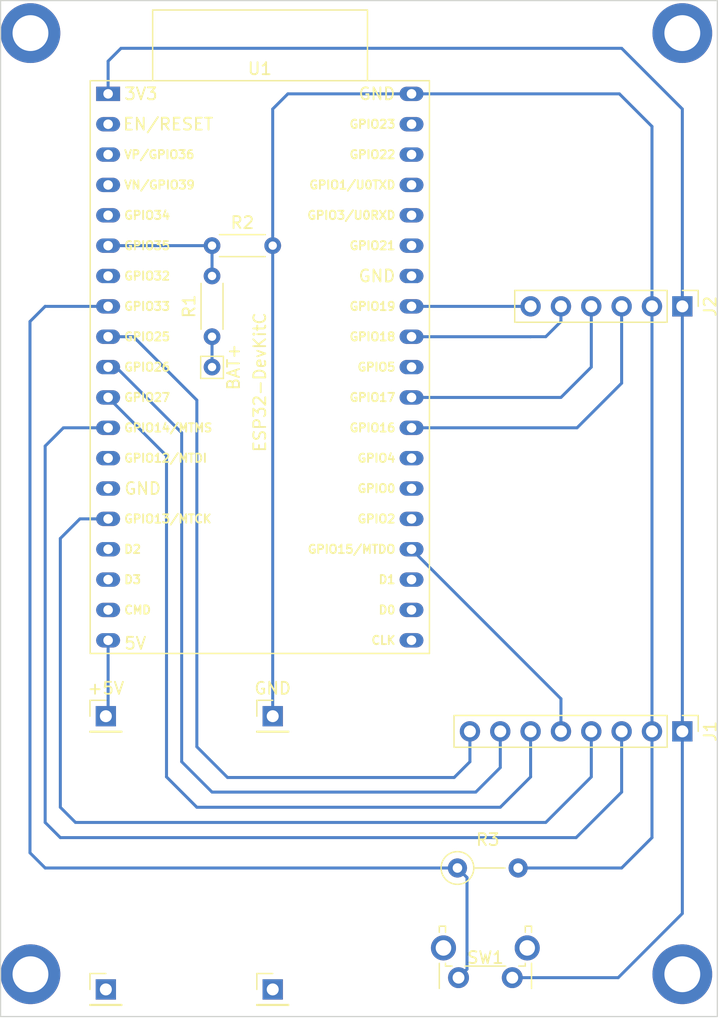
<source format=kicad_pcb>
(kicad_pcb (version 20221018) (generator pcbnew)
  (layers (0 "F.Cu" signal) (31 "B.Cu" signal) (34 "B.Paste" user) (35 "F.Paste" user) (36 "B.SilkS" user "B.Silkscreen") (37 "F.SilkS" user "F.Silkscreen") (38 "B.Mask" user) (39 "F.Mask" user) (44 "Edge.Cuts" user))
  (net 0 "")
  (net 1 "+3.3V")
  (net 2 "GND")
  (net 3 "Net-(J1-Pin_3)")
  (net 4 "Net-(J1-Pin_4)")
  (net 5 "Net-(J2-Pin_3)")
  (net 6 "Net-(J2-Pin_4)")
  (net 7 "Net-(J2-Pin_5)")
  (net 8 "Net-(J2-Pin_6)")
  (net 13 "Net-(J1-Pin_5)")
  (net 15 "Net-(U1-32K_XN{slash}GPIO33{slash}ADC1_CH5)")
  (net 20 "+5V")
  (net 28 "Net-(J1-Pin_6)")
  (net 29 "Net-(J1-Pin_7)")
  (net 35 "Net-(J1-Pin_8)")
  (net 36 "+4V")
  (net 37 "Net-(U1-VDET_2{slash}GPIO35{slash}ADC1_CH7)")
  (footprint "Connector_Pin:Pin_D0.7mm_L6.5mm_W1.8mm_FlatFork" (layer "F.Cu") (at 139.7 73.66 90)
    (fp_text reference "BAT+" (at 0 1.8 90) (layer "F.SilkS"))
    (fp_text value "Pin_D0.7mm_L6.5mm_W1.8mm_FlatFork" hide)
    (fp_line (start -0.95 -0.95) (end -0.95 0.95) (stroke (width 0.12)) (layer "F.SilkS"))
    (fp_line (start -0.95 0.95) (end 0.9 0.95) (stroke (width 0.12)) (layer "F.SilkS"))
    (fp_line (start 0.9 -0.95) (end -0.95 -0.95) (stroke (width 0.12)) (layer "F.SilkS"))
    (fp_line (start 0.9 -0.9) (end 0.9 -0.95) (stroke (width 0.12)) (layer "F.SilkS"))
    (fp_line (start 0.9 0.95) (end 0.9 -0.9) (stroke (width 0.12)) (layer "F.SilkS"))
    (pad "1" thru_hole circle (at 0 0 90) (size 1.4 1.4) (drill 0.7) (layers "*.Cu" "*.Mask") (net 36 "+4V"))
  )
  (footprint "Button_Switch_THT:SW_Tactile_SPST_Angled_PTS645Vx39-2LFS" (layer "F.Cu") (at 164.835 124.7475 180)
    (fp_text reference "SW1" (at 2.25 1.68) (layer "F.SilkS"))
    (fp_text value "SW_Push")
    (fp_line (start -1.61 -0.9) (end -1.61 1.2) (stroke (width 0.12)) (layer "F.SilkS"))
    (fp_line (start -1.61 3.8) (end -1.61 4.31) (stroke (width 0.12)) (layer "F.SilkS"))
    (fp_line (start -1.61 4.31) (end -1.09 4.31) (stroke (width 0.12)) (layer "F.SilkS"))
    (fp_line (start -1.09 0.97) (end -1.09 1.2) (stroke (width 0.12)) (layer "F.SilkS"))
    (fp_line (start -1.09 0.97) (end -0.55 0.97) (stroke (width 0.12)) (layer "F.SilkS"))
    (fp_line (start -1.09 3.8) (end -1.09 4.31) (stroke (width 0.12)) (layer "F.SilkS"))
    (fp_line (start 0.55 0.97) (end 3.95 0.97) (stroke (width 0.12)) (layer "F.SilkS"))
    (fp_line (start 5.05 0.97) (end 5.59 0.97) (stroke (width 0.12)) (layer "F.SilkS"))
    (fp_line (start 5.59 0.97) (end 5.59 1.2) (stroke (width 0.12)) (layer "F.SilkS"))
    (fp_line (start 5.59 3.8) (end 5.59 4.31) (stroke (width 0.12)) (layer "F.SilkS"))
    (fp_line (start 5.59 4.31) (end 6.11 4.31) (stroke (width 0.12)) (layer "F.SilkS"))
    (fp_line (start 6.11 -0.9) (end 6.11 1.2) (stroke (width 0.12)) (layer "F.SilkS"))
    (fp_line (start 6.11 3.8) (end 6.11 4.31) (stroke (width 0.12)) (layer "F.SilkS"))
    (pad "" thru_hole circle (at -1.25 2.49 180) (size 2.1 2.1) (drill 1.3) (layers "*.Cu" "*.Mask"))
    (pad "" thru_hole circle (at 5.76 2.49 180) (size 2.1 2.1) (drill 1.3) (layers "*.Cu" "*.Mask"))
    (pad "1" thru_hole circle (at 4.5 0 180) (size 1.75 1.75) (drill 0.99) (layers "*.Cu" "*.Mask") (net 15 "Net-(U1-32K_XN{slash}GPIO33{slash}ADC1_CH5)"))
    (pad "2" thru_hole circle (at 0 0 180) (size 1.75 1.75) (drill 0.99) (layers "*.Cu" "*.Mask") (net 1 "+3.3V"))
  )
  (footprint "Connector_PinHeader_2.54mm:PinHeader_1x08_P2.54mm_Vertical" (layer "F.Cu") (at 179.07 104.14 -90)
    (fp_text reference "J1" (at 0 -2.33 90) (layer "F.SilkS"))
    (fp_text value "eInk display")
    (fp_line (start -1.33 -1.33) (end 0 -1.33) (stroke (width 0.12)) (layer "F.SilkS"))
    (fp_line (start -1.33 0) (end -1.33 -1.33) (stroke (width 0.12)) (layer "F.SilkS"))
    (fp_line (start -1.33 1.27) (end -1.33 19.11) (stroke (width 0.12)) (layer "F.SilkS"))
    (fp_line (start -1.33 1.27) (end 1.33 1.27) (stroke (width 0.12)) (layer "F.SilkS"))
    (fp_line (start -1.33 19.11) (end 1.33 19.11) (stroke (width 0.12)) (layer "F.SilkS"))
    (fp_line (start 1.33 1.27) (end 1.33 19.11) (stroke (width 0.12)) (layer "F.SilkS"))
    (pad "1" thru_hole rect (at 0 0 270) (size 1.7 1.7) (drill 1) (layers "*.Cu" "*.Mask") (net 1 "+3.3V"))
    (pad "2" thru_hole oval (at 0 2.54 270) (size 1.7 1.7) (drill 1) (layers "*.Cu" "*.Mask") (net 2 "GND"))
    (pad "3" thru_hole oval (at 0 5.08 270) (size 1.7 1.7) (drill 1) (layers "*.Cu" "*.Mask") (net 3 "Net-(J1-Pin_3)"))
    (pad "4" thru_hole oval (at 0 7.62 270) (size 1.7 1.7) (drill 1) (layers "*.Cu" "*.Mask") (net 4 "Net-(J1-Pin_4)"))
    (pad "5" thru_hole oval (at 0 10.16 270) (size 1.7 1.7) (drill 1) (layers "*.Cu" "*.Mask") (net 13 "Net-(J1-Pin_5)"))
    (pad "6" thru_hole oval (at 0 12.7 270) (size 1.7 1.7) (drill 1) (layers "*.Cu" "*.Mask") (net 28 "Net-(J1-Pin_6)"))
    (pad "7" thru_hole oval (at 0 15.24 270) (size 1.7 1.7) (drill 1) (layers "*.Cu" "*.Mask") (net 29 "Net-(J1-Pin_7)"))
    (pad "8" thru_hole oval (at 0 17.78 270) (size 1.7 1.7) (drill 1) (layers "*.Cu" "*.Mask") (net 35 "Net-(J1-Pin_8)"))
  )
  (footprint "Connector_PinHeader_2.54mm:PinHeader_1x01_P2.54mm_Vertical" (layer "F.Cu") (at 144.78 125.73)
    (fp_text reference "REF**" hide)
    (fp_text value "PinHeader_1x01_P2.54mm_Vertical" hide)
    (fp_line (start -1.33 -1.33) (end 0 -1.33) (stroke (width 0.12)) (layer "F.SilkS"))
    (fp_line (start -1.33 0) (end -1.33 -1.33) (stroke (width 0.12)) (layer "F.SilkS"))
    (fp_line (start -1.33 1.27) (end -1.33 1.33) (stroke (width 0.12)) (layer "F.SilkS"))
    (fp_line (start -1.33 1.27) (end 1.33 1.27) (stroke (width 0.12)) (layer "F.SilkS"))
    (fp_line (start -1.33 1.33) (end 1.33 1.33) (stroke (width 0.12)) (layer "F.SilkS"))
    (fp_line (start 1.33 1.27) (end 1.33 1.33) (stroke (width 0.12)) (layer "F.SilkS"))
    (pad "1" thru_hole rect (at 0 0) (size 1.7 1.7) (drill 1) (layers "*.Cu" "*.Mask"))
  )
  (footprint "Resistor_THT:R_Axial_DIN0204_L3.6mm_D1.6mm_P5.08mm_Horizontal" (layer "F.Cu") (at 139.7 63.5)
    (fp_text reference "R2" (at 2.54 -1.92) (layer "F.SilkS"))
    (fp_text value "100K")
    (fp_line (start 0.62 -0.92) (end 4.46 -0.92) (stroke (width 0.12)) (layer "F.SilkS"))
    (fp_line (start 0.62 0.92) (end 4.46 0.92) (stroke (width 0.12)) (layer "F.SilkS"))
    (pad "1" thru_hole circle (at 0 0) (size 1.4 1.4) (drill 0.7) (layers "*.Cu" "*.Mask") (net 37 "Net-(U1-VDET_2{slash}GPIO35{slash}ADC1_CH7)"))
    (pad "2" thru_hole oval (at 5.08 0) (size 1.4 1.4) (drill 0.7) (layers "*.Cu" "*.Mask") (net 2 "GND"))
  )
  (footprint "Connector_PinHeader_2.54mm:PinHeader_1x01_P2.54mm_Vertical" (layer "F.Cu") (at 130.81 125.73)
    (fp_text reference "REF**" hide)
    (fp_text value "PinHeader_1x01_P2.54mm_Vertical" hide)
    (fp_line (start -1.33 -1.33) (end 0 -1.33) (stroke (width 0.12)) (layer "F.SilkS"))
    (fp_line (start -1.33 0) (end -1.33 -1.33) (stroke (width 0.12)) (layer "F.SilkS"))
    (fp_line (start -1.33 1.27) (end -1.33 1.33) (stroke (width 0.12)) (layer "F.SilkS"))
    (fp_line (start -1.33 1.27) (end 1.33 1.27) (stroke (width 0.12)) (layer "F.SilkS"))
    (fp_line (start -1.33 1.33) (end 1.33 1.33) (stroke (width 0.12)) (layer "F.SilkS"))
    (fp_line (start 1.33 1.27) (end 1.33 1.33) (stroke (width 0.12)) (layer "F.SilkS"))
    (pad "1" thru_hole rect (at 0 0) (size 1.7 1.7) (drill 1) (layers "*.Cu" "*.Mask"))
  )
  (footprint "Resistor_THT:R_Axial_DIN0207_L6.3mm_D2.5mm_P5.08mm_Vertical" (layer "F.Cu") (at 160.245 115.57)
    (fp_text reference "R3" (at 2.54 -2.37) (layer "F.SilkS"))
    (fp_text value "10k")
    (fp_line (start 1.37 0) (end 3.98 0) (stroke (width 0.12)) (layer "F.SilkS"))
    (fp_circle (center 0 0) (end 1.37 0) (stroke (width 0.12)) (fill none) (layer "F.SilkS"))
    (pad "1" thru_hole circle (at 0 0) (size 1.6 1.6) (drill 0.8) (layers "*.Cu" "*.Mask") (net 15 "Net-(U1-32K_XN{slash}GPIO33{slash}ADC1_CH5)"))
    (pad "2" thru_hole oval (at 5.08 0) (size 1.6 1.6) (drill 0.8) (layers "*.Cu" "*.Mask") (net 2 "GND"))
  )
  (footprint "Connector_PinHeader_2.54mm:PinHeader_1x01_P2.54mm_Vertical" (layer "F.Cu") (at 130.81 102.87)
    (fp_text reference "+5V" (at 0 -2.33) (layer "F.SilkS"))
    (fp_text value "PinHeader_1x01_P2.54mm_Vertical" hide)
    (fp_line (start -1.33 -1.33) (end 0 -1.33) (stroke (width 0.12)) (layer "F.SilkS"))
    (fp_line (start -1.33 0) (end -1.33 -1.33) (stroke (width 0.12)) (layer "F.SilkS"))
    (fp_line (start -1.33 1.27) (end -1.33 1.33) (stroke (width 0.12)) (layer "F.SilkS"))
    (fp_line (start -1.33 1.27) (end 1.33 1.27) (stroke (width 0.12)) (layer "F.SilkS"))
    (fp_line (start -1.33 1.33) (end 1.33 1.33) (stroke (width 0.12)) (layer "F.SilkS"))
    (fp_line (start 1.33 1.27) (end 1.33 1.33) (stroke (width 0.12)) (layer "F.SilkS"))
    (pad "1" thru_hole rect (at 0 0) (size 1.7 1.7) (drill 1) (layers "*.Cu" "*.Mask") (net 20 "+5V"))
  )
  (footprint "Connector_PinHeader_2.54mm:PinHeader_1x06_P2.54mm_Vertical" (layer "F.Cu") (at 179.07 68.58 -90)
    (fp_text reference "J2" (at 0 -2.33 -90) (layer "F.SilkS"))
    (fp_text value "GNSS")
    (fp_line (start -1.33 -1.33) (end 0 -1.33) (stroke (width 0.12)) (layer "F.SilkS"))
    (fp_line (start -1.33 0) (end -1.33 -1.33) (stroke (width 0.12)) (layer "F.SilkS"))
    (fp_line (start -1.33 1.27) (end -1.33 14.03) (stroke (width 0.12)) (layer "F.SilkS"))
    (fp_line (start -1.33 1.27) (end 1.33 1.27) (stroke (width 0.12)) (layer "F.SilkS"))
    (fp_line (start -1.33 14.03) (end 1.33 14.03) (stroke (width 0.12)) (layer "F.SilkS"))
    (fp_line (start 1.33 1.27) (end 1.33 14.03) (stroke (width 0.12)) (layer "F.SilkS"))
    (pad "1" thru_hole rect (at 0 0 270) (size 1.7 1.7) (drill 1) (layers "*.Cu" "*.Mask") (net 1 "+3.3V"))
    (pad "2" thru_hole oval (at 0 2.54 270) (size 1.7 1.7) (drill 1) (layers "*.Cu" "*.Mask") (net 2 "GND"))
    (pad "3" thru_hole oval (at 0 5.08 270) (size 1.7 1.7) (drill 1) (layers "*.Cu" "*.Mask") (net 5 "Net-(J2-Pin_3)"))
    (pad "4" thru_hole oval (at 0 7.62 270) (size 1.7 1.7) (drill 1) (layers "*.Cu" "*.Mask") (net 6 "Net-(J2-Pin_4)"))
    (pad "5" thru_hole oval (at 0 10.16 270) (size 1.7 1.7) (drill 1) (layers "*.Cu" "*.Mask") (net 7 "Net-(J2-Pin_5)"))
    (pad "6" thru_hole oval (at 0 12.7 270) (size 1.7 1.7) (drill 1) (layers "*.Cu" "*.Mask") (net 8 "Net-(J2-Pin_6)"))
  )
  (footprint "Resistor_THT:R_Axial_DIN0204_L3.6mm_D1.6mm_P5.08mm_Horizontal" (layer "F.Cu") (at 139.7 71.12 90)
    (fp_text reference "R1" (at 2.54 -1.92 90) (layer "F.SilkS"))
    (fp_text value "100K")
    (fp_line (start 0.62 -0.92) (end 4.46 -0.92) (stroke (width 0.12)) (layer "F.SilkS"))
    (fp_line (start 0.62 0.92) (end 4.46 0.92) (stroke (width 0.12)) (layer "F.SilkS"))
    (pad "1" thru_hole circle (at 0 0 90) (size 1.4 1.4) (drill 0.7) (layers "*.Cu" "*.Mask") (net 36 "+4V"))
    (pad "2" thru_hole oval (at 5.08 0 90) (size 1.4 1.4) (drill 0.7) (layers "*.Cu" "*.Mask") (net 37 "Net-(U1-VDET_2{slash}GPIO35{slash}ADC1_CH7)"))
  )
  (footprint "Connector_PinHeader_2.54mm:PinHeader_1x01_P2.54mm_Vertical" (layer "F.Cu") (at 144.78 102.87)
    (fp_text reference "GND" (at 0 -2.33) (layer "F.SilkS"))
    (fp_text value "PinHeader_1x01_P2.54mm_Vertical" hide)
    (fp_line (start -1.33 -1.33) (end 0 -1.33) (stroke (width 0.12)) (layer "F.SilkS"))
    (fp_line (start -1.33 0) (end -1.33 -1.33) (stroke (width 0.12)) (layer "F.SilkS"))
    (fp_line (start -1.33 1.27) (end -1.33 1.33) (stroke (width 0.12)) (layer "F.SilkS"))
    (fp_line (start -1.33 1.27) (end 1.33 1.27) (stroke (width 0.12)) (layer "F.SilkS"))
    (fp_line (start -1.33 1.33) (end 1.33 1.33) (stroke (width 0.12)) (layer "F.SilkS"))
    (fp_line (start 1.33 1.27) (end 1.33 1.33) (stroke (width 0.12)) (layer "F.SilkS"))
    (pad "1" thru_hole rect (at 0 0) (size 1.7 1.7) (drill 1) (layers "*.Cu" "*.Mask") (net 2 "GND"))
  )
  (footprint "PCM_Espressif:ESP32-DevKitC" (layer "F.Cu") (at 131 50.80272)
    (fp_text reference "U1" (at 12.7 -2.1) (layer "F.SilkS"))
    (fp_text value "ESP32-DevKitC" (at 12.7 24.13 90) (layer "F.SilkS"))
    (fp_text user "D1" (at 24.13 40.64 unlocked) (layer "F.SilkS") (effects (font (size 0.7 0.7)) (justify right)))
    (fp_text user "GPIO19" (at 24.13 17.78 unlocked) (layer "F.SilkS") (effects (font (size 0.7 0.7)) (justify right)))
    (fp_text user "VN/GPIO39" (at 1.27 7.62 unlocked) (layer "F.SilkS") (effects (font (size 0.7 0.7)) (justify left)))
    (fp_text user "GPIO5" (at 24.13 22.86 unlocked) (layer "F.SilkS") (effects (font (size 0.7 0.7)) (justify right)))
    (fp_text user "GPIO26" (at 1.27 22.86 unlocked) (layer "F.SilkS") (effects (font (size 0.7 0.7)) (justify left)))
    (fp_text user "5V" (at 1.26632 45.97128 unlocked) (layer "F.SilkS") (effects (justify left)))
    (fp_text user "GPIO33" (at 1.27 17.78 unlocked) (layer "F.SilkS") (effects (font (size 0.7 0.7)) (justify left)))
    (fp_text user "GND" (at 1.27 33.02 unlocked) (layer "F.SilkS") (effects (justify left)))
    (fp_text user "GPIO34" (at 1.27 10.16 unlocked) (layer "F.SilkS") (effects (font (size 0.7 0.7)) (justify left)))
    (fp_text user "GPIO17" (at 24.13 25.4 unlocked) (layer "F.SilkS") (effects (font (size 0.7 0.7)) (justify right)))
    (fp_text user "GPIO15/MTDO" (at 24.13 38.1 unlocked) (layer "F.SilkS") (effects (font (size 0.7 0.7)) (justify right)))
    (fp_text user "GPIO18" (at 24.13 20.32 unlocked) (layer "F.SilkS") (effects (font (size 0.7 0.7)) (justify right)))
    (fp_text user "GPIO23" (at 24.13 2.54 unlocked) (layer "F.SilkS") (effects (font (size 0.7 0.7)) (justify right)))
    (fp_text user "GPIO35" (at 1.27 12.7 unlocked) (layer "F.SilkS") (effects (font (size 0.7 0.7)) (justify left)))
    (fp_text user "GPIO21" (at 24.13 12.7 unlocked) (layer "F.SilkS") (effects (font (size 0.7 0.7)) (justify right)))
    (fp_text user "GPIO4" (at 24.13 30.48 unlocked) (layer "F.SilkS") (effects (font (size 0.7 0.7)) (justify right)))
    (fp_text user "EN/RESET" (at 8.88632 2.53728 unlocked) (layer "F.SilkS") (effects (justify right)))
    (fp_text user "D2" (at 1.27 38.1 unlocked) (layer "F.SilkS") (effects (font (size 0.7 0.7)) (justify left)))
    (fp_text user "D0" (at 24.13 43.18 unlocked) (layer "F.SilkS") (effects (font (size 0.7 0.7)) (justify right)))
    (fp_text user "GPIO2" (at 24.13 35.56 unlocked) (layer "F.SilkS") (effects (font (size 0.7 0.7)) (justify right)))
    (fp_text user "GPIO22" (at 24.13 5.08 unlocked) (layer "F.SilkS") (effects (font (size 0.7 0.7)) (justify right)))
    (fp_text user "GPIO32" (at 1.27 15.24 unlocked) (layer "F.SilkS") (effects (font (size 0.7 0.7)) (justify left)))
    (fp_text user "GPIO16" (at 24.13 27.94 unlocked) (layer "F.SilkS") (effects (font (size 0.7 0.7)) (justify right)))
    (fp_text user "GPIO27" (at 1.27 25.4 unlocked) (layer "F.SilkS") (effects (font (size 0.7 0.7)) (justify left)))
    (fp_text user "GPIO14/MTMS" (at 1.27 27.94 unlocked) (layer "F.SilkS") (effects (font (size 0.7 0.7)) (justify left)))
    (fp_text user "VP/GPIO36" (at 1.27 5.08 unlocked) (layer "F.SilkS") (effects (font (size 0.7 0.7)) (justify left)))
    (fp_text user "CLK" (at 24.13 45.72 unlocked) (layer "F.SilkS") (effects (font (size 0.7 0.7)) (justify right)))
    (fp_text user "GPIO12/MTDI" (at 1.27 30.48 unlocked) (layer "F.SilkS") (effects (font (size 0.7 0.7)) (justify left)))
    (fp_text user "GPIO13/MTCK" (at 1.27 35.56 unlocked) (layer "F.SilkS") (effects (font (size 0.7 0.7)) (justify left)))
    (fp_text user "GPIO1/U0TXD" (at 24.13 7.62 unlocked) (layer "F.SilkS") (effects (font (size 0.7 0.7)) (justify right)))
    (fp_text user "GND" (at 24.13 0 unlocked) (layer "F.SilkS") (effects (justify right)))
    (fp_text user "GPIO0" (at 24.13 33.02 unlocked) (layer "F.SilkS") (effects (font (size 0.7 0.7)) (justify right)))
    (fp_text user "GND" (at 24.13 15.24 unlocked) (layer "F.SilkS") (effects (justify right)))
    (fp_text user "3V3" (at 1.27 0 unlocked) (layer "F.SilkS") (effects (justify left)))
    (fp_text user "CMD" (at 1.27 43.18 unlocked) (layer "F.SilkS") (effects (font (size 0.7 0.7)) (justify left)))
    (fp_text user "GPIO25" (at 1.27 20.32 unlocked) (layer "F.SilkS") (effects (font (size 0.7 0.7)) (justify left)))
    (fp_text user "GPIO3/U0RXD" (at 24.13 10.16 unlocked) (layer "F.SilkS") (effects (font (size 0.7 0.7)) (justify right)))
    (fp_text user "D3" (at 1.27 40.64 unlocked) (layer "F.SilkS") (effects (font (size 0.7 0.7)) (justify left)))
    (fp_line (start -1.5 46.82) (end 26.899999 46.82) (stroke (width 0.12)) (layer "F.SilkS"))
    (fp_line (start -1.499999 -1.1) (end -1.5 46.82) (stroke (width 0.12)) (layer "F.SilkS"))
    (fp_line (start 3.73012 -7.01312) (end 21.71332 -7.01312) (stroke (width 0.12)) (layer "F.SilkS"))
    (fp_line (start 3.73012 -1.12032) (end 3.73012 -7.01312) (stroke (width 0.12)) (layer "F.SilkS"))
    (fp_line (start 21.71332 -7.01312) (end 21.71332 -1.12032) (stroke (width 0.12)) (layer "F.SilkS"))
    (fp_line (start 26.899999 46.82) (end 26.9 -1.1) (stroke (width 0.12)) (layer "F.SilkS"))
    (fp_line (start 26.9 -1.1) (end -1.499999 -1.1) (stroke (width 0.12)) (layer "F.SilkS"))
    (pad "1" thru_hole rect (at 0 0 270) (size 1.2 2) (drill 0.8) (layers "*.Cu" "*.Mask") (net 1 "+3.3V"))
    (pad "2" thru_hole oval (at 0 2.54 270) (size 1.2 2) (drill 0.8) (layers "*.Cu" "*.Mask"))
    (pad "3" thru_hole oval (at 0 5.08 270) (size 1.2 2) (drill 0.8) (layers "*.Cu" "*.Mask"))
    (pad "4" thru_hole oval (at 0 7.62 270) (size 1.2 2) (drill 0.8) (layers "*.Cu" "*.Mask"))
    (pad "5" thru_hole oval (at 0 10.16 270) (size 1.2 2) (drill 0.8) (layers "*.Cu" "*.Mask"))
    (pad "6" thru_hole oval (at 0 12.7 270) (size 1.2 2) (drill 0.8) (layers "*.Cu" "*.Mask") (net 37 "Net-(U1-VDET_2{slash}GPIO35{slash}ADC1_CH7)"))
    (pad "7" thru_hole oval (at 0 15.24 270) (size 1.2 2) (drill 0.8) (layers "*.Cu" "*.Mask"))
    (pad "8" thru_hole oval (at 0 17.78 270) (size 1.2 2) (drill 0.8) (layers "*.Cu" "*.Mask") (net 15 "Net-(U1-32K_XN{slash}GPIO33{slash}ADC1_CH5)"))
    (pad "9" thru_hole oval (at 0 20.32 270) (size 1.2 2) (drill 0.8) (layers "*.Cu" "*.Mask") (net 35 "Net-(J1-Pin_8)"))
    (pad "10" thru_hole oval (at 0 22.86 270) (size 1.2 2) (drill 0.8) (layers "*.Cu" "*.Mask") (net 29 "Net-(J1-Pin_7)"))
    (pad "11" thru_hole oval (at 0 25.4 270) (size 1.2 2) (drill 0.8) (layers "*.Cu" "*.Mask") (net 28 "Net-(J1-Pin_6)"))
    (pad "12" thru_hole oval (at 0 27.94 270) (size 1.2 2) (drill 0.8) (layers "*.Cu" "*.Mask") (net 3 "Net-(J1-Pin_3)"))
    (pad "13" thru_hole oval (at 0 30.48 270) (size 1.2 2) (drill 0.8) (layers "*.Cu" "*.Mask"))
    (pad "14" thru_hole oval (at 0 33.02 270) (size 1.2 2) (drill 0.8) (layers "*.Cu" "*.Mask") (net 2 "GND"))
    (pad "15" thru_hole oval (at 0 35.56 270) (size 1.2 2) (drill 0.8) (layers "*.Cu" "*.Mask") (net 4 "Net-(J1-Pin_4)"))
    (pad "16" thru_hole oval (at 0 38.1 270) (size 1.2 2) (drill 0.8) (layers "*.Cu" "*.Mask"))
    (pad "17" thru_hole oval (at 0 40.64 270) (size 1.2 2) (drill 0.8) (layers "*.Cu" "*.Mask"))
    (pad "18" thru_hole oval (at 0 43.18 270) (size 1.2 2) (drill 0.8) (layers "*.Cu" "*.Mask"))
    (pad "19" thru_hole oval (at 0 45.72 270) (size 1.2 2) (drill 0.8) (layers "*.Cu" "*.Mask") (net 20 "+5V"))
    (pad "20" thru_hole oval (at 25.39632 45.71728 270) (size 1.2 2) (drill 0.8) (layers "*.Cu" "*.Mask"))
    (pad "21" thru_hole oval (at 25.39632 43.17728 270) (size 1.2 2) (drill 0.8) (layers "*.Cu" "*.Mask"))
    (pad "22" thru_hole oval (at 25.4 40.64 270) (size 1.2 2) (drill 0.8) (layers "*.Cu" "*.Mask"))
    (pad "23" thru_hole oval (at 25.4 38.1 270) (size 1.2 2) (drill 0.8) (layers "*.Cu" "*.Mask") (net 13 "Net-(J1-Pin_5)"))
    (pad "24" thru_hole oval (at 25.4 35.56 270) (size 1.2 2) (drill 0.8) (layers "*.Cu" "*.Mask"))
    (pad "25" thru_hole oval (at 25.4 33.02 270) (size 1.2 2) (drill 0.8) (layers "*.Cu" "*.Mask"))
    (pad "26" thru_hole oval (at 25.4 30.48 270) (size 1.2 2) (drill 0.8) (layers "*.Cu" "*.Mask"))
    (pad "27" thru_hole oval (at 25.4 27.94 270) (size 1.2 2) (drill 0.8) (layers "*.Cu" "*.Mask") (net 5 "Net-(J2-Pin_3)"))
    (pad "28" thru_hole oval (at 25.4 25.4 270) (size 1.2 2) (drill 0.8) (layers "*.Cu" "*.Mask") (net 6 "Net-(J2-Pin_4)"))
    (pad "29" thru_hole oval (at 25.4 22.86 270) (size 1.2 2) (drill 0.8) (layers "*.Cu" "*.Mask"))
    (pad "30" thru_hole oval (at 25.4 20.32 270) (size 1.2 2) (drill 0.8) (layers "*.Cu" "*.Mask") (net 7 "Net-(J2-Pin_5)"))
    (pad "31" thru_hole oval (at 25.4 17.78 270) (size 1.2 2) (drill 0.8) (layers "*.Cu" "*.Mask") (net 8 "Net-(J2-Pin_6)"))
    (pad "32" thru_hole oval (at 25.4 15.24 270) (size 1.2 2) (drill 0.8) (layers "*.Cu" "*.Mask") (net 2 "GND"))
    (pad "33" thru_hole oval (at 25.4 12.7 270) (size 1.2 2) (drill 0.8) (layers "*.Cu" "*.Mask"))
    (pad "34" thru_hole oval (at 25.4 10.16 270) (size 1.2 2) (drill 0.8) (layers "*.Cu" "*.Mask"))
    (pad "35" thru_hole oval (at 25.4 7.62 270) (size 1.2 2) (drill 0.8) (layers "*.Cu" "*.Mask"))
    (pad "36" thru_hole oval (at 25.4 5.08 270) (size 1.2 2) (drill 0.8) (layers "*.Cu" "*.Mask"))
    (pad "37" thru_hole oval (at 25.4 2.54 270) (size 1.2 2) (drill 0.8) (layers "*.Cu" "*.Mask"))
    (pad "38" thru_hole oval (at 25.4 0 270) (size 1.2 2) (drill 0.8) (layers "*.Cu" "*.Mask") (net 2 "GND"))
  )
  (gr_rect (start 122 43) (end 182 128) (stroke (width 0.1)) (fill none) (layer "Edge.Cuts"))
  (via (at 179.07 45.72) (size 5) (drill 3) (layers "F.Cu" "B.Cu") (net 0))
  (via (at 124.5 124.46) (size 5) (drill 3) (layers "F.Cu" "B.Cu") (net 0))
  (via (at 124.5 45.72) (size 5) (drill 3) (layers "F.Cu" "B.Cu") (net 0))
  (via (at 179.07 124.46) (size 5) (drill 3) (layers "F.Cu" "B.Cu") (net 0))
  (segment (start 164.835 124.7475) (end 173.7025 124.7475) (width 0.25) (layer "B.Cu") (net 1))
  (segment (start 131 50.80272) (end 131 48.07) (width 0.25) (layer "B.Cu") (net 1))
  (segment (start 131 48.07) (end 132.08 46.99) (width 0.25) (layer "B.Cu") (net 1))
  (segment (start 132.08 46.99) (end 173.99 46.99) (width 0.25) (layer "B.Cu") (net 1))
  (segment (start 179.07 119.38) (end 179.07 104.99) (width 0.25) (layer "B.Cu") (net 1))
  (segment (start 179.07 52.07) (end 179.07 104.14) (width 0.25) (layer "B.Cu") (net 1))
  (segment (start 173.99 46.99) (end 179.07 52.07) (width 0.25) (layer "B.Cu") (net 1))
  (segment (start 173.7025 124.7475) (end 179.07 119.38) (width 0.25) (layer "B.Cu") (net 1))
  (segment (start 176.53 53.53) (end 176.53 104.14) (width 0.25) (layer "B.Cu") (net 2))
  (segment (start 173.80272 50.80272) (end 176.53 53.53) (width 0.25) (layer "B.Cu") (net 2))
  (segment (start 176.53 104.99) (end 176.53 113.03) (width 0.25) (layer "B.Cu") (net 2))
  (segment (start 146.04728 50.80272) (end 156.4 50.80272) (width 0.25) (layer "B.Cu") (net 2))
  (segment (start 165.325 115.57) (end 173.99 115.57) (width 0.25) (layer "B.Cu") (net 2))
  (segment (start 144.78 52.07) (end 146.04728 50.80272) (width 0.25) (layer "B.Cu") (net 2))
  (segment (start 156.4 50.80272) (end 173.80272 50.80272) (width 0.25) (layer "B.Cu") (net 2))
  (segment (start 176.53 113.03) (end 173.99 115.57) (width 0.25) (layer "B.Cu") (net 2))
  (segment (start 144.78 102.87) (end 144.78 52.07) (width 0.25) (layer "B.Cu") (net 2))
  (segment (start 125.73 80.27) (end 125.73 111.76) (width 0.25) (layer "B.Cu") (net 3))
  (segment (start 173.99 109.22) (end 173.99 104.99) (width 0.25) (layer "B.Cu") (net 3))
  (segment (start 127 113.03) (end 170.18 113.03) (width 0.25) (layer "B.Cu") (net 3))
  (segment (start 125.73 111.76) (end 127 113.03) (width 0.25) (layer "B.Cu") (net 3))
  (segment (start 131 78.74272) (end 127.25728 78.74272) (width 0.25) (layer "B.Cu") (net 3))
  (segment (start 127.25728 78.74272) (end 125.73 80.27) (width 0.25) (layer "B.Cu") (net 3))
  (segment (start 170.18 113.03) (end 173.99 109.22) (width 0.25) (layer "B.Cu") (net 3))
  (segment (start 127 110.49) (end 127 88) (width 0.25) (layer "B.Cu") (net 4))
  (segment (start 128.63728 86.36272) (end 131 86.36272) (width 0.25) (layer "B.Cu") (net 4))
  (segment (start 167.64 111.76) (end 128.27 111.76) (width 0.25) (layer "B.Cu") (net 4))
  (segment (start 128.27 111.76) (end 127 110.49) (width 0.25) (layer "B.Cu") (net 4))
  (segment (start 171.45 104.99) (end 171.45 107.95) (width 0.25) (layer "B.Cu") (net 4))
  (segment (start 127 88) (end 128.63728 86.36272) (width 0.25) (layer "B.Cu") (net 4))
  (segment (start 171.45 107.95) (end 167.64 111.76) (width 0.25) (layer "B.Cu") (net 4))
  (segment (start 170.25728 78.74272) (end 173.99 75.01) (width 0.25) (layer "B.Cu") (net 5))
  (segment (start 173.99 75.01) (end 173.99 68.58) (width 0.25) (layer "B.Cu") (net 5))
  (segment (start 156.4 78.74272) (end 170.25728 78.74272) (width 0.25) (layer "B.Cu") (net 5))
  (segment (start 156.4 76.20272) (end 168.91 76.20272) (width 0.25) (layer "B.Cu") (net 6))
  (segment (start 168.91 76.20272) (end 171.45 73.66272) (width 0.25) (layer "B.Cu") (net 6))
  (segment (start 171.45 73.66272) (end 171.45 68.58) (width 0.25) (layer "B.Cu") (net 6))
  (segment (start 166.36728 71.12272) (end 166.37 71.12) (width 0.25) (layer "B.Cu") (net 7))
  (segment (start 167.64 71.12) (end 168.91 69.85) (width 0.25) (layer "B.Cu") (net 7))
  (segment (start 166.37 71.12) (end 167.64 71.12) (width 0.25) (layer "B.Cu") (net 7))
  (segment (start 156.4 71.12272) (end 166.36728 71.12272) (width 0.25) (layer "B.Cu") (net 7))
  (segment (start 168.91 69.85) (end 168.91 68.58) (width 0.25) (layer "B.Cu") (net 7))
  (segment (start 166.36728 68.58272) (end 166.37 68.58) (width 0.25) (layer "B.Cu") (net 8))
  (segment (start 156.4 68.58272) (end 166.36728 68.58272) (width 0.25) (layer "B.Cu") (net 8))
  (segment (start 168.91 101.41272) (end 168.91 104.14) (width 0.25) (layer "B.Cu") (net 13))
  (segment (start 156.4 88.90272) (end 168.91 101.41272) (width 0.25) (layer "B.Cu") (net 13))
  (segment (start 124.46 69.85) (end 125.73 68.58) (width 0.25) (layer "B.Cu") (net 15))
  (segment (start 160.245 115.57) (end 161.044999 116.369999) (width 0.25) (layer "B.Cu") (net 15))
  (segment (start 125.73 115.57) (end 124.46 114.3) (width 0.25) (layer "B.Cu") (net 15))
  (segment (start 125.73 115.57) (end 160.245 115.57) (width 0.25) (layer "B.Cu") (net 15))
  (segment (start 161.044999 124.037501) (end 160.335 124.7475) (width 0.25) (layer "B.Cu") (net 15))
  (segment (start 125.73272 68.58272) (end 131 68.58272) (width 0.25) (layer "B.Cu") (net 15))
  (segment (start 161.044999 116.369999) (end 161.044999 124.037501) (width 0.25) (layer "B.Cu") (net 15))
  (segment (start 124.46 114.3) (end 124.46 69.85) (width 0.25) (layer "B.Cu") (net 15))
  (segment (start 125.73 68.58) (end 125.73272 68.58272) (width 0.25) (layer "B.Cu") (net 15))
  (segment (start 130.81 102.87) (end 130.81 97.51272) (width 0) (layer "B.Cu") (net 20))
  (segment (start 131 96.52272) (end 131 102.68) (width 0.25) (layer "B.Cu") (net 20))
  (segment (start 130.81 97.51272) (end 131 97.32272) (width 0) (layer "B.Cu") (net 20))
  (segment (start 131 102.68) (end 130.81 102.87) (width 0.25) (layer "B.Cu") (net 20))
  (segment (start 131 76.20272) (end 135.89 81.09272) (width 0.25) (layer "B.Cu") (net 28))
  (segment (start 163.83 110.49) (end 166.37 107.95) (width 0.25) (layer "B.Cu") (net 28))
  (segment (start 138.43 110.49) (end 163.83 110.49) (width 0.25) (layer "B.Cu") (net 28))
  (segment (start 166.37 107.95) (end 166.37 104.14) (width 0.25) (layer "B.Cu") (net 28))
  (segment (start 135.89 81.09272) (end 135.89 107.95) (width 0.25) (layer "B.Cu") (net 28))
  (segment (start 135.89 107.95) (end 138.43 110.49) (width 0.25) (layer "B.Cu") (net 28))
  (segment (start 131 73.66272) (end 131.66272 73.66272) (width 0.25) (layer "F.Cu") (net 29))
  (segment (start 137.16 106.68) (end 139.7 109.22) (width 0.25) (layer "B.Cu") (net 29))
  (segment (start 139.7 109.22) (end 161.78 109.22) (width 0.25) (layer "B.Cu") (net 29))
  (segment (start 131.66272 73.66272) (end 137.16 79.16) (width 0.25) (layer "B.Cu") (net 29))
  (segment (start 161.78 109.22) (end 163.83 107.17) (width 0.25) (layer "B.Cu") (net 29))
  (segment (start 137.16 79.16) (end 137.16 106.68) (width 0.25) (layer "B.Cu") (net 29))
  (segment (start 163.83 107.17) (end 163.83 104.14) (width 0.25) (layer "B.Cu") (net 29))
  (segment (start 131 71.12272) (end 133.12272 71.12272) (width 0.25) (layer "B.Cu") (net 35))
  (segment (start 138.43 105.43) (end 141 108) (width 0.25) (layer "B.Cu") (net 35))
  (segment (start 133.12272 71.12272) (end 138.43 76.43) (width 0.25) (layer "B.Cu") (net 35))
  (segment (start 161.29 106.68) (end 161.29 104.14) (width 0.25) (layer "B.Cu") (net 35))
  (segment (start 159.97 108) (end 161.29 106.68) (width 0.25) (layer "B.Cu") (net 35))
  (segment (start 138.43 76.43) (end 138.43 105.43) (width 0.25) (layer "B.Cu") (net 35))
  (segment (start 141 108) (end 159.97 108) (width 0.25) (layer "B.Cu") (net 35))
  (segment (start 139.7 71.12) (end 139.7 73.66) (width 0.25) (layer "B.Cu") (net 36))
  (segment (start 139.7 63.5) (end 139.7 66.04) (width 0.25) (layer "B.Cu") (net 37))
  (segment (start 139.69728 63.50272) (end 139.7 63.5) (width 0.25) (layer "B.Cu") (net 37))
  (segment (start 131 63.50272) (end 139.69728 63.50272) (width 0.25) (layer "B.Cu") (net 37))
)
</source>
